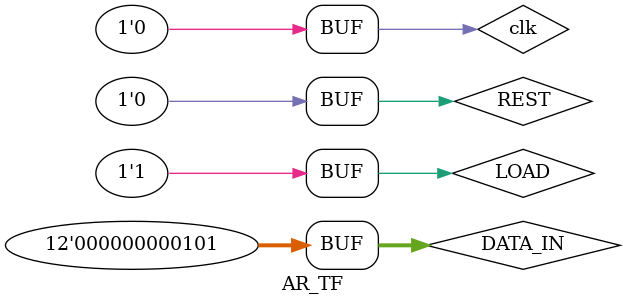
<source format=v>
`timescale 1ns / 1ps


module AR_TF;

	// Inputs
	reg [11:0] DATA_IN;
	reg REST;
	reg clk;
	reg LOAD;

	// Outputs
	wire [11:0] DATA_OUT;

	// Instantiate the Unit Under Test (UUT)
	AR uut (
		.DATA_IN(DATA_IN), 
		.REST(REST), 
		.clk(clk), 
		.DATA_OUT(DATA_OUT), 
		.LOAD(LOAD)
	);
	always
	begin
	clk = 1;
	#10;
	clk = 0;
	#10;
	end
	initial begin
		// Initialize Inputs
		DATA_IN = 0;
		REST = 1;
		LOAD = 0;
		// Wait 100 ns for global reset to finish
		#20;
      DATA_IN = 12'h005;
		REST = 0;
		LOAD = 1;
		// Wait 100 ns for global reset to finish
		
		// Add stimulus here

	end
      
endmodule


</source>
